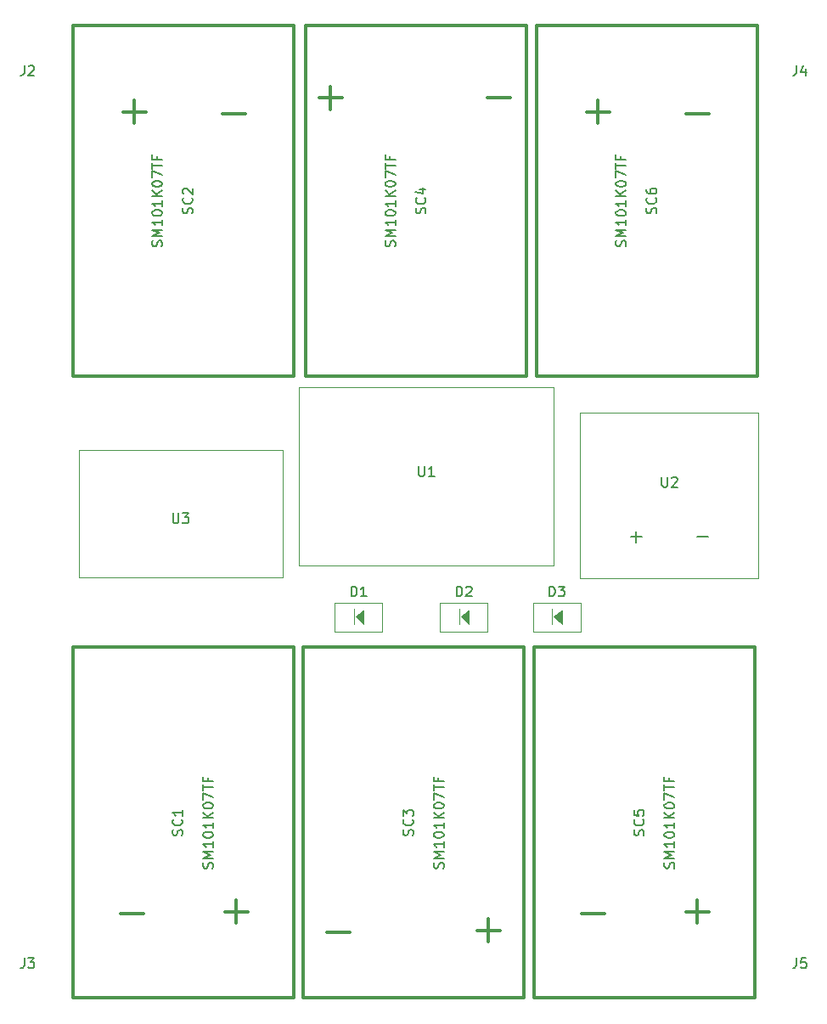
<source format=gbr>
%TF.GenerationSoftware,KiCad,Pcbnew,(5.1.10)-1*%
%TF.CreationDate,2022-05-09T22:41:18-07:00*%
%TF.ProjectId,solar-panel-NoCutout,736f6c61-722d-4706-916e-656c2d4e6f43,1.0*%
%TF.SameCoordinates,Original*%
%TF.FileFunction,Legend,Top*%
%TF.FilePolarity,Positive*%
%FSLAX46Y46*%
G04 Gerber Fmt 4.6, Leading zero omitted, Abs format (unit mm)*
G04 Created by KiCad (PCBNEW (5.1.10)-1) date 2022-05-09 22:41:18*
%MOMM*%
%LPD*%
G01*
G04 APERTURE LIST*
%ADD10C,0.120000*%
%ADD11C,0.300000*%
%ADD12C,0.100000*%
%ADD13C,0.150000*%
%ADD14C,0.200000*%
G04 APERTURE END LIST*
D10*
%TO.C,U3*%
X121250000Y-108586000D02*
X111090000Y-108586000D01*
X111090000Y-108586000D02*
X111090000Y-114936000D01*
X121250000Y-108586000D02*
X131410000Y-108586000D01*
X131410000Y-108586000D02*
X131410000Y-114936000D01*
X111090000Y-121286000D02*
X111090000Y-114936000D01*
X121250000Y-121286000D02*
X111090000Y-121286000D01*
X131410000Y-121286000D02*
X131410000Y-114936000D01*
X121250000Y-121286000D02*
X131410000Y-121286000D01*
%TO.C,U2*%
X178890000Y-121355000D02*
X161110000Y-121355000D01*
X161110000Y-104845000D02*
X161110000Y-121355000D01*
X178890000Y-106750000D02*
X178890000Y-121355000D01*
X178890000Y-104845000D02*
X178890000Y-106750000D01*
X170000000Y-104845000D02*
X178890000Y-104845000D01*
X170000000Y-104845000D02*
X161110000Y-104845000D01*
%TO.C,U1*%
X158450000Y-111250000D02*
X158450000Y-120140000D01*
X145750000Y-120140000D02*
X158450000Y-120140000D01*
X145750000Y-120140000D02*
X133050000Y-120140000D01*
X133050000Y-111250000D02*
X133050000Y-120140000D01*
X158450000Y-111250000D02*
X158450000Y-102360000D01*
X145750000Y-102360000D02*
X158450000Y-102360000D01*
X133050000Y-111250000D02*
X133050000Y-102360000D01*
X145750000Y-102360000D02*
X133050000Y-102360000D01*
D11*
%TO.C,SC6*%
X156750000Y-101250000D02*
X156750000Y-66250000D01*
X156750000Y-66250000D02*
X178750000Y-66250000D01*
X178750000Y-66250000D02*
X178750000Y-101250000D01*
X178750000Y-101250000D02*
X156750000Y-101250000D01*
%TO.C,SC5*%
X178500000Y-128250000D02*
X178500000Y-163250000D01*
X178500000Y-163250000D02*
X156500000Y-163250000D01*
X156500000Y-163250000D02*
X156500000Y-128250000D01*
X156500000Y-128250000D02*
X178500000Y-128250000D01*
%TO.C,SC4*%
X133750000Y-101250000D02*
X133750000Y-66250000D01*
X133750000Y-66250000D02*
X155750000Y-66250000D01*
X155750000Y-66250000D02*
X155750000Y-101250000D01*
X155750000Y-101250000D02*
X133750000Y-101250000D01*
%TO.C,SC3*%
X155500000Y-128250000D02*
X155500000Y-163250000D01*
X155500000Y-163250000D02*
X133500000Y-163250000D01*
X133500000Y-163250000D02*
X133500000Y-128250000D01*
X133500000Y-128250000D02*
X155500000Y-128250000D01*
%TO.C,SC2*%
X110500000Y-101250000D02*
X110500000Y-66250000D01*
X110500000Y-66250000D02*
X132500000Y-66250000D01*
X132500000Y-66250000D02*
X132500000Y-101250000D01*
X132500000Y-101250000D02*
X110500000Y-101250000D01*
%TO.C,SC1*%
X132500000Y-128250000D02*
X132500000Y-163250000D01*
X132500000Y-163250000D02*
X110500000Y-163250000D01*
X110500000Y-163250000D02*
X110500000Y-128250000D01*
X110500000Y-128250000D02*
X132500000Y-128250000D01*
D10*
%TO.C,D3*%
X158318200Y-124437200D02*
X158318200Y-125986600D01*
D12*
G36*
X159258000Y-125961200D02*
G01*
X158445200Y-125224600D01*
X159258000Y-124615000D01*
X159258000Y-125961200D01*
G37*
X159258000Y-125961200D02*
X158445200Y-125224600D01*
X159258000Y-124615000D01*
X159258000Y-125961200D01*
D10*
X156375000Y-123800000D02*
X161125000Y-123800000D01*
X156375000Y-126700000D02*
X156375000Y-123800000D01*
X161125000Y-126700000D02*
X161125000Y-123800000D01*
X156375000Y-126700000D02*
X161125000Y-126700000D01*
%TO.C,D2*%
X149068200Y-124437200D02*
X149068200Y-125986600D01*
D12*
G36*
X150008000Y-125961200D02*
G01*
X149195200Y-125224600D01*
X150008000Y-124615000D01*
X150008000Y-125961200D01*
G37*
X150008000Y-125961200D02*
X149195200Y-125224600D01*
X150008000Y-124615000D01*
X150008000Y-125961200D01*
D10*
X147125000Y-123800000D02*
X151875000Y-123800000D01*
X147125000Y-126700000D02*
X147125000Y-123800000D01*
X151875000Y-126700000D02*
X151875000Y-123800000D01*
X147125000Y-126700000D02*
X151875000Y-126700000D01*
%TO.C,D1*%
X138568200Y-124437200D02*
X138568200Y-125986600D01*
D12*
G36*
X139508000Y-125961200D02*
G01*
X138695200Y-125224600D01*
X139508000Y-124615000D01*
X139508000Y-125961200D01*
G37*
X139508000Y-125961200D02*
X138695200Y-125224600D01*
X139508000Y-124615000D01*
X139508000Y-125961200D01*
D10*
X136625000Y-123800000D02*
X141375000Y-123800000D01*
X136625000Y-126700000D02*
X136625000Y-123800000D01*
X141375000Y-126700000D02*
X141375000Y-123800000D01*
X136625000Y-126700000D02*
X141375000Y-126700000D01*
%TO.C,J2*%
D13*
X105666666Y-70252380D02*
X105666666Y-70966666D01*
X105619047Y-71109523D01*
X105523809Y-71204761D01*
X105380952Y-71252380D01*
X105285714Y-71252380D01*
X106095238Y-70347619D02*
X106142857Y-70300000D01*
X106238095Y-70252380D01*
X106476190Y-70252380D01*
X106571428Y-70300000D01*
X106619047Y-70347619D01*
X106666666Y-70442857D01*
X106666666Y-70538095D01*
X106619047Y-70680952D01*
X106047619Y-71252380D01*
X106666666Y-71252380D01*
%TO.C,J5*%
X182666666Y-159252380D02*
X182666666Y-159966666D01*
X182619047Y-160109523D01*
X182523809Y-160204761D01*
X182380952Y-160252380D01*
X182285714Y-160252380D01*
X183619047Y-159252380D02*
X183142857Y-159252380D01*
X183095238Y-159728571D01*
X183142857Y-159680952D01*
X183238095Y-159633333D01*
X183476190Y-159633333D01*
X183571428Y-159680952D01*
X183619047Y-159728571D01*
X183666666Y-159823809D01*
X183666666Y-160061904D01*
X183619047Y-160157142D01*
X183571428Y-160204761D01*
X183476190Y-160252380D01*
X183238095Y-160252380D01*
X183142857Y-160204761D01*
X183095238Y-160157142D01*
%TO.C,J4*%
X182666666Y-70252380D02*
X182666666Y-70966666D01*
X182619047Y-71109523D01*
X182523809Y-71204761D01*
X182380952Y-71252380D01*
X182285714Y-71252380D01*
X183571428Y-70585714D02*
X183571428Y-71252380D01*
X183333333Y-70204761D02*
X183095238Y-70919047D01*
X183714285Y-70919047D01*
%TO.C,J3*%
X105666666Y-159252380D02*
X105666666Y-159966666D01*
X105619047Y-160109523D01*
X105523809Y-160204761D01*
X105380952Y-160252380D01*
X105285714Y-160252380D01*
X106047619Y-159252380D02*
X106666666Y-159252380D01*
X106333333Y-159633333D01*
X106476190Y-159633333D01*
X106571428Y-159680952D01*
X106619047Y-159728571D01*
X106666666Y-159823809D01*
X106666666Y-160061904D01*
X106619047Y-160157142D01*
X106571428Y-160204761D01*
X106476190Y-160252380D01*
X106190476Y-160252380D01*
X106095238Y-160204761D01*
X106047619Y-160157142D01*
%TO.C,U3*%
X120488095Y-114888380D02*
X120488095Y-115697904D01*
X120535714Y-115793142D01*
X120583333Y-115840761D01*
X120678571Y-115888380D01*
X120869047Y-115888380D01*
X120964285Y-115840761D01*
X121011904Y-115793142D01*
X121059523Y-115697904D01*
X121059523Y-114888380D01*
X121440476Y-114888380D02*
X122059523Y-114888380D01*
X121726190Y-115269333D01*
X121869047Y-115269333D01*
X121964285Y-115316952D01*
X122011904Y-115364571D01*
X122059523Y-115459809D01*
X122059523Y-115697904D01*
X122011904Y-115793142D01*
X121964285Y-115840761D01*
X121869047Y-115888380D01*
X121583333Y-115888380D01*
X121488095Y-115840761D01*
X121440476Y-115793142D01*
%TO.C,U2*%
X169238095Y-111282380D02*
X169238095Y-112091904D01*
X169285714Y-112187142D01*
X169333333Y-112234761D01*
X169428571Y-112282380D01*
X169619047Y-112282380D01*
X169714285Y-112234761D01*
X169761904Y-112187142D01*
X169809523Y-112091904D01*
X169809523Y-111282380D01*
X170238095Y-111377619D02*
X170285714Y-111330000D01*
X170380952Y-111282380D01*
X170619047Y-111282380D01*
X170714285Y-111330000D01*
X170761904Y-111377619D01*
X170809523Y-111472857D01*
X170809523Y-111568095D01*
X170761904Y-111710952D01*
X170190476Y-112282380D01*
X170809523Y-112282380D01*
D14*
X166126571Y-117271142D02*
X167269428Y-117271142D01*
X166698000Y-117842571D02*
X166698000Y-116699714D01*
X172730571Y-117271142D02*
X173873428Y-117271142D01*
%TO.C,U1*%
D13*
X144988095Y-110202380D02*
X144988095Y-111011904D01*
X145035714Y-111107142D01*
X145083333Y-111154761D01*
X145178571Y-111202380D01*
X145369047Y-111202380D01*
X145464285Y-111154761D01*
X145511904Y-111107142D01*
X145559523Y-111011904D01*
X145559523Y-110202380D01*
X146559523Y-111202380D02*
X145988095Y-111202380D01*
X146273809Y-111202380D02*
X146273809Y-110202380D01*
X146178571Y-110345238D01*
X146083333Y-110440476D01*
X145988095Y-110488095D01*
%TO.C,SC6*%
X168654761Y-85011904D02*
X168702380Y-84869047D01*
X168702380Y-84630952D01*
X168654761Y-84535714D01*
X168607142Y-84488095D01*
X168511904Y-84440476D01*
X168416666Y-84440476D01*
X168321428Y-84488095D01*
X168273809Y-84535714D01*
X168226190Y-84630952D01*
X168178571Y-84821428D01*
X168130952Y-84916666D01*
X168083333Y-84964285D01*
X167988095Y-85011904D01*
X167892857Y-85011904D01*
X167797619Y-84964285D01*
X167750000Y-84916666D01*
X167702380Y-84821428D01*
X167702380Y-84583333D01*
X167750000Y-84440476D01*
X168607142Y-83440476D02*
X168654761Y-83488095D01*
X168702380Y-83630952D01*
X168702380Y-83726190D01*
X168654761Y-83869047D01*
X168559523Y-83964285D01*
X168464285Y-84011904D01*
X168273809Y-84059523D01*
X168130952Y-84059523D01*
X167940476Y-84011904D01*
X167845238Y-83964285D01*
X167750000Y-83869047D01*
X167702380Y-83726190D01*
X167702380Y-83630952D01*
X167750000Y-83488095D01*
X167797619Y-83440476D01*
X167702380Y-82583333D02*
X167702380Y-82773809D01*
X167750000Y-82869047D01*
X167797619Y-82916666D01*
X167940476Y-83011904D01*
X168130952Y-83059523D01*
X168511904Y-83059523D01*
X168607142Y-83011904D01*
X168654761Y-82964285D01*
X168702380Y-82869047D01*
X168702380Y-82678571D01*
X168654761Y-82583333D01*
X168607142Y-82535714D01*
X168511904Y-82488095D01*
X168273809Y-82488095D01*
X168178571Y-82535714D01*
X168130952Y-82583333D01*
X168083333Y-82678571D01*
X168083333Y-82869047D01*
X168130952Y-82964285D01*
X168178571Y-83011904D01*
X168273809Y-83059523D01*
X165614761Y-88297619D02*
X165662380Y-88154761D01*
X165662380Y-87916666D01*
X165614761Y-87821428D01*
X165567142Y-87773809D01*
X165471904Y-87726190D01*
X165376666Y-87726190D01*
X165281428Y-87773809D01*
X165233809Y-87821428D01*
X165186190Y-87916666D01*
X165138571Y-88107142D01*
X165090952Y-88202380D01*
X165043333Y-88250000D01*
X164948095Y-88297619D01*
X164852857Y-88297619D01*
X164757619Y-88250000D01*
X164710000Y-88202380D01*
X164662380Y-88107142D01*
X164662380Y-87869047D01*
X164710000Y-87726190D01*
X165662380Y-87297619D02*
X164662380Y-87297619D01*
X165376666Y-86964285D01*
X164662380Y-86630952D01*
X165662380Y-86630952D01*
X165662380Y-85630952D02*
X165662380Y-86202380D01*
X165662380Y-85916666D02*
X164662380Y-85916666D01*
X164805238Y-86011904D01*
X164900476Y-86107142D01*
X164948095Y-86202380D01*
X164662380Y-85011904D02*
X164662380Y-84916666D01*
X164710000Y-84821428D01*
X164757619Y-84773809D01*
X164852857Y-84726190D01*
X165043333Y-84678571D01*
X165281428Y-84678571D01*
X165471904Y-84726190D01*
X165567142Y-84773809D01*
X165614761Y-84821428D01*
X165662380Y-84916666D01*
X165662380Y-85011904D01*
X165614761Y-85107142D01*
X165567142Y-85154761D01*
X165471904Y-85202380D01*
X165281428Y-85250000D01*
X165043333Y-85250000D01*
X164852857Y-85202380D01*
X164757619Y-85154761D01*
X164710000Y-85107142D01*
X164662380Y-85011904D01*
X165662380Y-83726190D02*
X165662380Y-84297619D01*
X165662380Y-84011904D02*
X164662380Y-84011904D01*
X164805238Y-84107142D01*
X164900476Y-84202380D01*
X164948095Y-84297619D01*
X165662380Y-83297619D02*
X164662380Y-83297619D01*
X165662380Y-82726190D02*
X165090952Y-83154761D01*
X164662380Y-82726190D02*
X165233809Y-83297619D01*
X164662380Y-82107142D02*
X164662380Y-82011904D01*
X164710000Y-81916666D01*
X164757619Y-81869047D01*
X164852857Y-81821428D01*
X165043333Y-81773809D01*
X165281428Y-81773809D01*
X165471904Y-81821428D01*
X165567142Y-81869047D01*
X165614761Y-81916666D01*
X165662380Y-82011904D01*
X165662380Y-82107142D01*
X165614761Y-82202380D01*
X165567142Y-82250000D01*
X165471904Y-82297619D01*
X165281428Y-82345238D01*
X165043333Y-82345238D01*
X164852857Y-82297619D01*
X164757619Y-82250000D01*
X164710000Y-82202380D01*
X164662380Y-82107142D01*
X164662380Y-81440476D02*
X164662380Y-80773809D01*
X165662380Y-81202380D01*
X164662380Y-80535714D02*
X164662380Y-79964285D01*
X165662380Y-80250000D02*
X164662380Y-80250000D01*
X165138571Y-79297619D02*
X165138571Y-79630952D01*
X165662380Y-79630952D02*
X164662380Y-79630952D01*
X164662380Y-79154761D01*
D11*
X171687142Y-75074285D02*
X173972857Y-75074285D01*
X162884285Y-76002857D02*
X162884285Y-73717142D01*
X164027142Y-74860000D02*
X161741428Y-74860000D01*
%TO.C,SC5*%
D13*
X167404761Y-147011904D02*
X167452380Y-146869047D01*
X167452380Y-146630952D01*
X167404761Y-146535714D01*
X167357142Y-146488095D01*
X167261904Y-146440476D01*
X167166666Y-146440476D01*
X167071428Y-146488095D01*
X167023809Y-146535714D01*
X166976190Y-146630952D01*
X166928571Y-146821428D01*
X166880952Y-146916666D01*
X166833333Y-146964285D01*
X166738095Y-147011904D01*
X166642857Y-147011904D01*
X166547619Y-146964285D01*
X166500000Y-146916666D01*
X166452380Y-146821428D01*
X166452380Y-146583333D01*
X166500000Y-146440476D01*
X167357142Y-145440476D02*
X167404761Y-145488095D01*
X167452380Y-145630952D01*
X167452380Y-145726190D01*
X167404761Y-145869047D01*
X167309523Y-145964285D01*
X167214285Y-146011904D01*
X167023809Y-146059523D01*
X166880952Y-146059523D01*
X166690476Y-146011904D01*
X166595238Y-145964285D01*
X166500000Y-145869047D01*
X166452380Y-145726190D01*
X166452380Y-145630952D01*
X166500000Y-145488095D01*
X166547619Y-145440476D01*
X166452380Y-144535714D02*
X166452380Y-145011904D01*
X166928571Y-145059523D01*
X166880952Y-145011904D01*
X166833333Y-144916666D01*
X166833333Y-144678571D01*
X166880952Y-144583333D01*
X166928571Y-144535714D01*
X167023809Y-144488095D01*
X167261904Y-144488095D01*
X167357142Y-144535714D01*
X167404761Y-144583333D01*
X167452380Y-144678571D01*
X167452380Y-144916666D01*
X167404761Y-145011904D01*
X167357142Y-145059523D01*
X170444761Y-150297619D02*
X170492380Y-150154761D01*
X170492380Y-149916666D01*
X170444761Y-149821428D01*
X170397142Y-149773809D01*
X170301904Y-149726190D01*
X170206666Y-149726190D01*
X170111428Y-149773809D01*
X170063809Y-149821428D01*
X170016190Y-149916666D01*
X169968571Y-150107142D01*
X169920952Y-150202380D01*
X169873333Y-150250000D01*
X169778095Y-150297619D01*
X169682857Y-150297619D01*
X169587619Y-150250000D01*
X169540000Y-150202380D01*
X169492380Y-150107142D01*
X169492380Y-149869047D01*
X169540000Y-149726190D01*
X170492380Y-149297619D02*
X169492380Y-149297619D01*
X170206666Y-148964285D01*
X169492380Y-148630952D01*
X170492380Y-148630952D01*
X170492380Y-147630952D02*
X170492380Y-148202380D01*
X170492380Y-147916666D02*
X169492380Y-147916666D01*
X169635238Y-148011904D01*
X169730476Y-148107142D01*
X169778095Y-148202380D01*
X169492380Y-147011904D02*
X169492380Y-146916666D01*
X169540000Y-146821428D01*
X169587619Y-146773809D01*
X169682857Y-146726190D01*
X169873333Y-146678571D01*
X170111428Y-146678571D01*
X170301904Y-146726190D01*
X170397142Y-146773809D01*
X170444761Y-146821428D01*
X170492380Y-146916666D01*
X170492380Y-147011904D01*
X170444761Y-147107142D01*
X170397142Y-147154761D01*
X170301904Y-147202380D01*
X170111428Y-147250000D01*
X169873333Y-147250000D01*
X169682857Y-147202380D01*
X169587619Y-147154761D01*
X169540000Y-147107142D01*
X169492380Y-147011904D01*
X170492380Y-145726190D02*
X170492380Y-146297619D01*
X170492380Y-146011904D02*
X169492380Y-146011904D01*
X169635238Y-146107142D01*
X169730476Y-146202380D01*
X169778095Y-146297619D01*
X170492380Y-145297619D02*
X169492380Y-145297619D01*
X170492380Y-144726190D02*
X169920952Y-145154761D01*
X169492380Y-144726190D02*
X170063809Y-145297619D01*
X169492380Y-144107142D02*
X169492380Y-144011904D01*
X169540000Y-143916666D01*
X169587619Y-143869047D01*
X169682857Y-143821428D01*
X169873333Y-143773809D01*
X170111428Y-143773809D01*
X170301904Y-143821428D01*
X170397142Y-143869047D01*
X170444761Y-143916666D01*
X170492380Y-144011904D01*
X170492380Y-144107142D01*
X170444761Y-144202380D01*
X170397142Y-144250000D01*
X170301904Y-144297619D01*
X170111428Y-144345238D01*
X169873333Y-144345238D01*
X169682857Y-144297619D01*
X169587619Y-144250000D01*
X169540000Y-144202380D01*
X169492380Y-144107142D01*
X169492380Y-143440476D02*
X169492380Y-142773809D01*
X170492380Y-143202380D01*
X169492380Y-142535714D02*
X169492380Y-141964285D01*
X170492380Y-142250000D02*
X169492380Y-142250000D01*
X169968571Y-141297619D02*
X169968571Y-141630952D01*
X170492380Y-141630952D02*
X169492380Y-141630952D01*
X169492380Y-141154761D01*
D11*
X161277142Y-154854285D02*
X163562857Y-154854285D01*
X172794285Y-155782857D02*
X172794285Y-153497142D01*
X173937142Y-154640000D02*
X171651428Y-154640000D01*
%TO.C,SC4*%
D13*
X145654761Y-85011904D02*
X145702380Y-84869047D01*
X145702380Y-84630952D01*
X145654761Y-84535714D01*
X145607142Y-84488095D01*
X145511904Y-84440476D01*
X145416666Y-84440476D01*
X145321428Y-84488095D01*
X145273809Y-84535714D01*
X145226190Y-84630952D01*
X145178571Y-84821428D01*
X145130952Y-84916666D01*
X145083333Y-84964285D01*
X144988095Y-85011904D01*
X144892857Y-85011904D01*
X144797619Y-84964285D01*
X144750000Y-84916666D01*
X144702380Y-84821428D01*
X144702380Y-84583333D01*
X144750000Y-84440476D01*
X145607142Y-83440476D02*
X145654761Y-83488095D01*
X145702380Y-83630952D01*
X145702380Y-83726190D01*
X145654761Y-83869047D01*
X145559523Y-83964285D01*
X145464285Y-84011904D01*
X145273809Y-84059523D01*
X145130952Y-84059523D01*
X144940476Y-84011904D01*
X144845238Y-83964285D01*
X144750000Y-83869047D01*
X144702380Y-83726190D01*
X144702380Y-83630952D01*
X144750000Y-83488095D01*
X144797619Y-83440476D01*
X145035714Y-82583333D02*
X145702380Y-82583333D01*
X144654761Y-82821428D02*
X145369047Y-83059523D01*
X145369047Y-82440476D01*
X142614761Y-88297619D02*
X142662380Y-88154761D01*
X142662380Y-87916666D01*
X142614761Y-87821428D01*
X142567142Y-87773809D01*
X142471904Y-87726190D01*
X142376666Y-87726190D01*
X142281428Y-87773809D01*
X142233809Y-87821428D01*
X142186190Y-87916666D01*
X142138571Y-88107142D01*
X142090952Y-88202380D01*
X142043333Y-88250000D01*
X141948095Y-88297619D01*
X141852857Y-88297619D01*
X141757619Y-88250000D01*
X141710000Y-88202380D01*
X141662380Y-88107142D01*
X141662380Y-87869047D01*
X141710000Y-87726190D01*
X142662380Y-87297619D02*
X141662380Y-87297619D01*
X142376666Y-86964285D01*
X141662380Y-86630952D01*
X142662380Y-86630952D01*
X142662380Y-85630952D02*
X142662380Y-86202380D01*
X142662380Y-85916666D02*
X141662380Y-85916666D01*
X141805238Y-86011904D01*
X141900476Y-86107142D01*
X141948095Y-86202380D01*
X141662380Y-85011904D02*
X141662380Y-84916666D01*
X141710000Y-84821428D01*
X141757619Y-84773809D01*
X141852857Y-84726190D01*
X142043333Y-84678571D01*
X142281428Y-84678571D01*
X142471904Y-84726190D01*
X142567142Y-84773809D01*
X142614761Y-84821428D01*
X142662380Y-84916666D01*
X142662380Y-85011904D01*
X142614761Y-85107142D01*
X142567142Y-85154761D01*
X142471904Y-85202380D01*
X142281428Y-85250000D01*
X142043333Y-85250000D01*
X141852857Y-85202380D01*
X141757619Y-85154761D01*
X141710000Y-85107142D01*
X141662380Y-85011904D01*
X142662380Y-83726190D02*
X142662380Y-84297619D01*
X142662380Y-84011904D02*
X141662380Y-84011904D01*
X141805238Y-84107142D01*
X141900476Y-84202380D01*
X141948095Y-84297619D01*
X142662380Y-83297619D02*
X141662380Y-83297619D01*
X142662380Y-82726190D02*
X142090952Y-83154761D01*
X141662380Y-82726190D02*
X142233809Y-83297619D01*
X141662380Y-82107142D02*
X141662380Y-82011904D01*
X141710000Y-81916666D01*
X141757619Y-81869047D01*
X141852857Y-81821428D01*
X142043333Y-81773809D01*
X142281428Y-81773809D01*
X142471904Y-81821428D01*
X142567142Y-81869047D01*
X142614761Y-81916666D01*
X142662380Y-82011904D01*
X142662380Y-82107142D01*
X142614761Y-82202380D01*
X142567142Y-82250000D01*
X142471904Y-82297619D01*
X142281428Y-82345238D01*
X142043333Y-82345238D01*
X141852857Y-82297619D01*
X141757619Y-82250000D01*
X141710000Y-82202380D01*
X141662380Y-82107142D01*
X141662380Y-81440476D02*
X141662380Y-80773809D01*
X142662380Y-81202380D01*
X141662380Y-80535714D02*
X141662380Y-79964285D01*
X142662380Y-80250000D02*
X141662380Y-80250000D01*
X142138571Y-79297619D02*
X142138571Y-79630952D01*
X142662380Y-79630952D02*
X141662380Y-79630952D01*
X141662380Y-79154761D01*
D11*
X151857142Y-73464285D02*
X154142857Y-73464285D01*
X136214285Y-74642857D02*
X136214285Y-72357142D01*
X137357142Y-73500000D02*
X135071428Y-73500000D01*
%TO.C,SC3*%
D13*
X144404761Y-147011904D02*
X144452380Y-146869047D01*
X144452380Y-146630952D01*
X144404761Y-146535714D01*
X144357142Y-146488095D01*
X144261904Y-146440476D01*
X144166666Y-146440476D01*
X144071428Y-146488095D01*
X144023809Y-146535714D01*
X143976190Y-146630952D01*
X143928571Y-146821428D01*
X143880952Y-146916666D01*
X143833333Y-146964285D01*
X143738095Y-147011904D01*
X143642857Y-147011904D01*
X143547619Y-146964285D01*
X143500000Y-146916666D01*
X143452380Y-146821428D01*
X143452380Y-146583333D01*
X143500000Y-146440476D01*
X144357142Y-145440476D02*
X144404761Y-145488095D01*
X144452380Y-145630952D01*
X144452380Y-145726190D01*
X144404761Y-145869047D01*
X144309523Y-145964285D01*
X144214285Y-146011904D01*
X144023809Y-146059523D01*
X143880952Y-146059523D01*
X143690476Y-146011904D01*
X143595238Y-145964285D01*
X143500000Y-145869047D01*
X143452380Y-145726190D01*
X143452380Y-145630952D01*
X143500000Y-145488095D01*
X143547619Y-145440476D01*
X143452380Y-145107142D02*
X143452380Y-144488095D01*
X143833333Y-144821428D01*
X143833333Y-144678571D01*
X143880952Y-144583333D01*
X143928571Y-144535714D01*
X144023809Y-144488095D01*
X144261904Y-144488095D01*
X144357142Y-144535714D01*
X144404761Y-144583333D01*
X144452380Y-144678571D01*
X144452380Y-144964285D01*
X144404761Y-145059523D01*
X144357142Y-145107142D01*
X147444761Y-150297619D02*
X147492380Y-150154761D01*
X147492380Y-149916666D01*
X147444761Y-149821428D01*
X147397142Y-149773809D01*
X147301904Y-149726190D01*
X147206666Y-149726190D01*
X147111428Y-149773809D01*
X147063809Y-149821428D01*
X147016190Y-149916666D01*
X146968571Y-150107142D01*
X146920952Y-150202380D01*
X146873333Y-150250000D01*
X146778095Y-150297619D01*
X146682857Y-150297619D01*
X146587619Y-150250000D01*
X146540000Y-150202380D01*
X146492380Y-150107142D01*
X146492380Y-149869047D01*
X146540000Y-149726190D01*
X147492380Y-149297619D02*
X146492380Y-149297619D01*
X147206666Y-148964285D01*
X146492380Y-148630952D01*
X147492380Y-148630952D01*
X147492380Y-147630952D02*
X147492380Y-148202380D01*
X147492380Y-147916666D02*
X146492380Y-147916666D01*
X146635238Y-148011904D01*
X146730476Y-148107142D01*
X146778095Y-148202380D01*
X146492380Y-147011904D02*
X146492380Y-146916666D01*
X146540000Y-146821428D01*
X146587619Y-146773809D01*
X146682857Y-146726190D01*
X146873333Y-146678571D01*
X147111428Y-146678571D01*
X147301904Y-146726190D01*
X147397142Y-146773809D01*
X147444761Y-146821428D01*
X147492380Y-146916666D01*
X147492380Y-147011904D01*
X147444761Y-147107142D01*
X147397142Y-147154761D01*
X147301904Y-147202380D01*
X147111428Y-147250000D01*
X146873333Y-147250000D01*
X146682857Y-147202380D01*
X146587619Y-147154761D01*
X146540000Y-147107142D01*
X146492380Y-147011904D01*
X147492380Y-145726190D02*
X147492380Y-146297619D01*
X147492380Y-146011904D02*
X146492380Y-146011904D01*
X146635238Y-146107142D01*
X146730476Y-146202380D01*
X146778095Y-146297619D01*
X147492380Y-145297619D02*
X146492380Y-145297619D01*
X147492380Y-144726190D02*
X146920952Y-145154761D01*
X146492380Y-144726190D02*
X147063809Y-145297619D01*
X146492380Y-144107142D02*
X146492380Y-144011904D01*
X146540000Y-143916666D01*
X146587619Y-143869047D01*
X146682857Y-143821428D01*
X146873333Y-143773809D01*
X147111428Y-143773809D01*
X147301904Y-143821428D01*
X147397142Y-143869047D01*
X147444761Y-143916666D01*
X147492380Y-144011904D01*
X147492380Y-144107142D01*
X147444761Y-144202380D01*
X147397142Y-144250000D01*
X147301904Y-144297619D01*
X147111428Y-144345238D01*
X146873333Y-144345238D01*
X146682857Y-144297619D01*
X146587619Y-144250000D01*
X146540000Y-144202380D01*
X146492380Y-144107142D01*
X146492380Y-143440476D02*
X146492380Y-142773809D01*
X147492380Y-143202380D01*
X146492380Y-142535714D02*
X146492380Y-141964285D01*
X147492380Y-142250000D02*
X146492380Y-142250000D01*
X146968571Y-141297619D02*
X146968571Y-141630952D01*
X147492380Y-141630952D02*
X146492380Y-141630952D01*
X146492380Y-141154761D01*
D11*
X135857142Y-156714285D02*
X138142857Y-156714285D01*
X151964285Y-157642857D02*
X151964285Y-155357142D01*
X153107142Y-156500000D02*
X150821428Y-156500000D01*
%TO.C,SC2*%
D13*
X122404761Y-85011904D02*
X122452380Y-84869047D01*
X122452380Y-84630952D01*
X122404761Y-84535714D01*
X122357142Y-84488095D01*
X122261904Y-84440476D01*
X122166666Y-84440476D01*
X122071428Y-84488095D01*
X122023809Y-84535714D01*
X121976190Y-84630952D01*
X121928571Y-84821428D01*
X121880952Y-84916666D01*
X121833333Y-84964285D01*
X121738095Y-85011904D01*
X121642857Y-85011904D01*
X121547619Y-84964285D01*
X121500000Y-84916666D01*
X121452380Y-84821428D01*
X121452380Y-84583333D01*
X121500000Y-84440476D01*
X122357142Y-83440476D02*
X122404761Y-83488095D01*
X122452380Y-83630952D01*
X122452380Y-83726190D01*
X122404761Y-83869047D01*
X122309523Y-83964285D01*
X122214285Y-84011904D01*
X122023809Y-84059523D01*
X121880952Y-84059523D01*
X121690476Y-84011904D01*
X121595238Y-83964285D01*
X121500000Y-83869047D01*
X121452380Y-83726190D01*
X121452380Y-83630952D01*
X121500000Y-83488095D01*
X121547619Y-83440476D01*
X121547619Y-83059523D02*
X121500000Y-83011904D01*
X121452380Y-82916666D01*
X121452380Y-82678571D01*
X121500000Y-82583333D01*
X121547619Y-82535714D01*
X121642857Y-82488095D01*
X121738095Y-82488095D01*
X121880952Y-82535714D01*
X122452380Y-83107142D01*
X122452380Y-82488095D01*
X119364761Y-88297619D02*
X119412380Y-88154761D01*
X119412380Y-87916666D01*
X119364761Y-87821428D01*
X119317142Y-87773809D01*
X119221904Y-87726190D01*
X119126666Y-87726190D01*
X119031428Y-87773809D01*
X118983809Y-87821428D01*
X118936190Y-87916666D01*
X118888571Y-88107142D01*
X118840952Y-88202380D01*
X118793333Y-88250000D01*
X118698095Y-88297619D01*
X118602857Y-88297619D01*
X118507619Y-88250000D01*
X118460000Y-88202380D01*
X118412380Y-88107142D01*
X118412380Y-87869047D01*
X118460000Y-87726190D01*
X119412380Y-87297619D02*
X118412380Y-87297619D01*
X119126666Y-86964285D01*
X118412380Y-86630952D01*
X119412380Y-86630952D01*
X119412380Y-85630952D02*
X119412380Y-86202380D01*
X119412380Y-85916666D02*
X118412380Y-85916666D01*
X118555238Y-86011904D01*
X118650476Y-86107142D01*
X118698095Y-86202380D01*
X118412380Y-85011904D02*
X118412380Y-84916666D01*
X118460000Y-84821428D01*
X118507619Y-84773809D01*
X118602857Y-84726190D01*
X118793333Y-84678571D01*
X119031428Y-84678571D01*
X119221904Y-84726190D01*
X119317142Y-84773809D01*
X119364761Y-84821428D01*
X119412380Y-84916666D01*
X119412380Y-85011904D01*
X119364761Y-85107142D01*
X119317142Y-85154761D01*
X119221904Y-85202380D01*
X119031428Y-85250000D01*
X118793333Y-85250000D01*
X118602857Y-85202380D01*
X118507619Y-85154761D01*
X118460000Y-85107142D01*
X118412380Y-85011904D01*
X119412380Y-83726190D02*
X119412380Y-84297619D01*
X119412380Y-84011904D02*
X118412380Y-84011904D01*
X118555238Y-84107142D01*
X118650476Y-84202380D01*
X118698095Y-84297619D01*
X119412380Y-83297619D02*
X118412380Y-83297619D01*
X119412380Y-82726190D02*
X118840952Y-83154761D01*
X118412380Y-82726190D02*
X118983809Y-83297619D01*
X118412380Y-82107142D02*
X118412380Y-82011904D01*
X118460000Y-81916666D01*
X118507619Y-81869047D01*
X118602857Y-81821428D01*
X118793333Y-81773809D01*
X119031428Y-81773809D01*
X119221904Y-81821428D01*
X119317142Y-81869047D01*
X119364761Y-81916666D01*
X119412380Y-82011904D01*
X119412380Y-82107142D01*
X119364761Y-82202380D01*
X119317142Y-82250000D01*
X119221904Y-82297619D01*
X119031428Y-82345238D01*
X118793333Y-82345238D01*
X118602857Y-82297619D01*
X118507619Y-82250000D01*
X118460000Y-82202380D01*
X118412380Y-82107142D01*
X118412380Y-81440476D02*
X118412380Y-80773809D01*
X119412380Y-81202380D01*
X118412380Y-80535714D02*
X118412380Y-79964285D01*
X119412380Y-80250000D02*
X118412380Y-80250000D01*
X118888571Y-79297619D02*
X118888571Y-79630952D01*
X119412380Y-79630952D02*
X118412380Y-79630952D01*
X118412380Y-79154761D01*
D11*
X125437142Y-75074285D02*
X127722857Y-75074285D01*
X116634285Y-76002857D02*
X116634285Y-73717142D01*
X117777142Y-74860000D02*
X115491428Y-74860000D01*
%TO.C,SC1*%
D13*
X121404761Y-147011904D02*
X121452380Y-146869047D01*
X121452380Y-146630952D01*
X121404761Y-146535714D01*
X121357142Y-146488095D01*
X121261904Y-146440476D01*
X121166666Y-146440476D01*
X121071428Y-146488095D01*
X121023809Y-146535714D01*
X120976190Y-146630952D01*
X120928571Y-146821428D01*
X120880952Y-146916666D01*
X120833333Y-146964285D01*
X120738095Y-147011904D01*
X120642857Y-147011904D01*
X120547619Y-146964285D01*
X120500000Y-146916666D01*
X120452380Y-146821428D01*
X120452380Y-146583333D01*
X120500000Y-146440476D01*
X121357142Y-145440476D02*
X121404761Y-145488095D01*
X121452380Y-145630952D01*
X121452380Y-145726190D01*
X121404761Y-145869047D01*
X121309523Y-145964285D01*
X121214285Y-146011904D01*
X121023809Y-146059523D01*
X120880952Y-146059523D01*
X120690476Y-146011904D01*
X120595238Y-145964285D01*
X120500000Y-145869047D01*
X120452380Y-145726190D01*
X120452380Y-145630952D01*
X120500000Y-145488095D01*
X120547619Y-145440476D01*
X121452380Y-144488095D02*
X121452380Y-145059523D01*
X121452380Y-144773809D02*
X120452380Y-144773809D01*
X120595238Y-144869047D01*
X120690476Y-144964285D01*
X120738095Y-145059523D01*
X124444761Y-150297619D02*
X124492380Y-150154761D01*
X124492380Y-149916666D01*
X124444761Y-149821428D01*
X124397142Y-149773809D01*
X124301904Y-149726190D01*
X124206666Y-149726190D01*
X124111428Y-149773809D01*
X124063809Y-149821428D01*
X124016190Y-149916666D01*
X123968571Y-150107142D01*
X123920952Y-150202380D01*
X123873333Y-150250000D01*
X123778095Y-150297619D01*
X123682857Y-150297619D01*
X123587619Y-150250000D01*
X123540000Y-150202380D01*
X123492380Y-150107142D01*
X123492380Y-149869047D01*
X123540000Y-149726190D01*
X124492380Y-149297619D02*
X123492380Y-149297619D01*
X124206666Y-148964285D01*
X123492380Y-148630952D01*
X124492380Y-148630952D01*
X124492380Y-147630952D02*
X124492380Y-148202380D01*
X124492380Y-147916666D02*
X123492380Y-147916666D01*
X123635238Y-148011904D01*
X123730476Y-148107142D01*
X123778095Y-148202380D01*
X123492380Y-147011904D02*
X123492380Y-146916666D01*
X123540000Y-146821428D01*
X123587619Y-146773809D01*
X123682857Y-146726190D01*
X123873333Y-146678571D01*
X124111428Y-146678571D01*
X124301904Y-146726190D01*
X124397142Y-146773809D01*
X124444761Y-146821428D01*
X124492380Y-146916666D01*
X124492380Y-147011904D01*
X124444761Y-147107142D01*
X124397142Y-147154761D01*
X124301904Y-147202380D01*
X124111428Y-147250000D01*
X123873333Y-147250000D01*
X123682857Y-147202380D01*
X123587619Y-147154761D01*
X123540000Y-147107142D01*
X123492380Y-147011904D01*
X124492380Y-145726190D02*
X124492380Y-146297619D01*
X124492380Y-146011904D02*
X123492380Y-146011904D01*
X123635238Y-146107142D01*
X123730476Y-146202380D01*
X123778095Y-146297619D01*
X124492380Y-145297619D02*
X123492380Y-145297619D01*
X124492380Y-144726190D02*
X123920952Y-145154761D01*
X123492380Y-144726190D02*
X124063809Y-145297619D01*
X123492380Y-144107142D02*
X123492380Y-144011904D01*
X123540000Y-143916666D01*
X123587619Y-143869047D01*
X123682857Y-143821428D01*
X123873333Y-143773809D01*
X124111428Y-143773809D01*
X124301904Y-143821428D01*
X124397142Y-143869047D01*
X124444761Y-143916666D01*
X124492380Y-144011904D01*
X124492380Y-144107142D01*
X124444761Y-144202380D01*
X124397142Y-144250000D01*
X124301904Y-144297619D01*
X124111428Y-144345238D01*
X123873333Y-144345238D01*
X123682857Y-144297619D01*
X123587619Y-144250000D01*
X123540000Y-144202380D01*
X123492380Y-144107142D01*
X123492380Y-143440476D02*
X123492380Y-142773809D01*
X124492380Y-143202380D01*
X123492380Y-142535714D02*
X123492380Y-141964285D01*
X124492380Y-142250000D02*
X123492380Y-142250000D01*
X123968571Y-141297619D02*
X123968571Y-141630952D01*
X124492380Y-141630952D02*
X123492380Y-141630952D01*
X123492380Y-141154761D01*
D11*
X115277142Y-154854285D02*
X117562857Y-154854285D01*
X126794285Y-155782857D02*
X126794285Y-153497142D01*
X127937142Y-154640000D02*
X125651428Y-154640000D01*
%TO.C,D3*%
D13*
X158011904Y-123202380D02*
X158011904Y-122202380D01*
X158250000Y-122202380D01*
X158392857Y-122250000D01*
X158488095Y-122345238D01*
X158535714Y-122440476D01*
X158583333Y-122630952D01*
X158583333Y-122773809D01*
X158535714Y-122964285D01*
X158488095Y-123059523D01*
X158392857Y-123154761D01*
X158250000Y-123202380D01*
X158011904Y-123202380D01*
X158916666Y-122202380D02*
X159535714Y-122202380D01*
X159202380Y-122583333D01*
X159345238Y-122583333D01*
X159440476Y-122630952D01*
X159488095Y-122678571D01*
X159535714Y-122773809D01*
X159535714Y-123011904D01*
X159488095Y-123107142D01*
X159440476Y-123154761D01*
X159345238Y-123202380D01*
X159059523Y-123202380D01*
X158964285Y-123154761D01*
X158916666Y-123107142D01*
%TO.C,D2*%
X148761904Y-123202380D02*
X148761904Y-122202380D01*
X149000000Y-122202380D01*
X149142857Y-122250000D01*
X149238095Y-122345238D01*
X149285714Y-122440476D01*
X149333333Y-122630952D01*
X149333333Y-122773809D01*
X149285714Y-122964285D01*
X149238095Y-123059523D01*
X149142857Y-123154761D01*
X149000000Y-123202380D01*
X148761904Y-123202380D01*
X149714285Y-122297619D02*
X149761904Y-122250000D01*
X149857142Y-122202380D01*
X150095238Y-122202380D01*
X150190476Y-122250000D01*
X150238095Y-122297619D01*
X150285714Y-122392857D01*
X150285714Y-122488095D01*
X150238095Y-122630952D01*
X149666666Y-123202380D01*
X150285714Y-123202380D01*
%TO.C,D1*%
X138261904Y-123202380D02*
X138261904Y-122202380D01*
X138500000Y-122202380D01*
X138642857Y-122250000D01*
X138738095Y-122345238D01*
X138785714Y-122440476D01*
X138833333Y-122630952D01*
X138833333Y-122773809D01*
X138785714Y-122964285D01*
X138738095Y-123059523D01*
X138642857Y-123154761D01*
X138500000Y-123202380D01*
X138261904Y-123202380D01*
X139785714Y-123202380D02*
X139214285Y-123202380D01*
X139500000Y-123202380D02*
X139500000Y-122202380D01*
X139404761Y-122345238D01*
X139309523Y-122440476D01*
X139214285Y-122488095D01*
%TD*%
M02*

</source>
